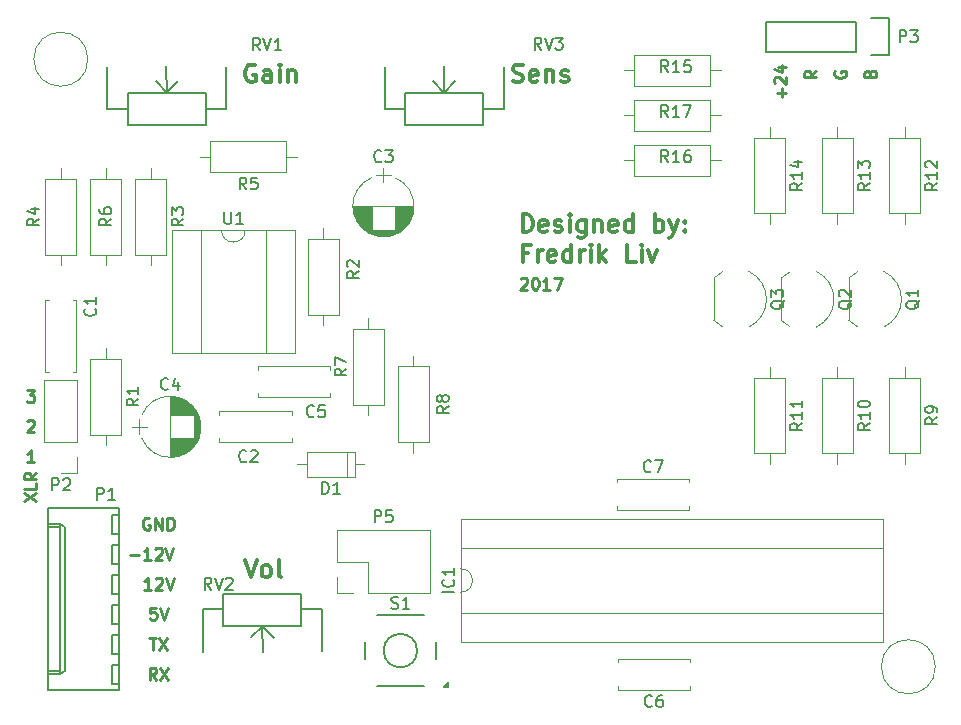
<source format=gto>
G04 #@! TF.FileFunction,Legend,Top*
%FSLAX46Y46*%
G04 Gerber Fmt 4.6, Leading zero omitted, Abs format (unit mm)*
G04 Created by KiCad (PCBNEW 4.0.5) date 02/13/17 16:43:30*
%MOMM*%
%LPD*%
G01*
G04 APERTURE LIST*
%ADD10C,0.100000*%
%ADD11C,0.300000*%
%ADD12C,0.250000*%
%ADD13C,0.120000*%
%ADD14C,0.150000*%
G04 APERTURE END LIST*
D10*
D11*
X101298572Y-89348571D02*
X101798572Y-90848571D01*
X102298572Y-89348571D01*
X103012858Y-90848571D02*
X102870000Y-90777143D01*
X102798572Y-90705714D01*
X102727143Y-90562857D01*
X102727143Y-90134286D01*
X102798572Y-89991429D01*
X102870000Y-89920000D01*
X103012858Y-89848571D01*
X103227143Y-89848571D01*
X103370000Y-89920000D01*
X103441429Y-89991429D01*
X103512858Y-90134286D01*
X103512858Y-90562857D01*
X103441429Y-90705714D01*
X103370000Y-90777143D01*
X103227143Y-90848571D01*
X103012858Y-90848571D01*
X104370001Y-90848571D02*
X104227143Y-90777143D01*
X104155715Y-90634286D01*
X104155715Y-89348571D01*
X124007857Y-48867143D02*
X124222143Y-48938571D01*
X124579286Y-48938571D01*
X124722143Y-48867143D01*
X124793572Y-48795714D01*
X124865000Y-48652857D01*
X124865000Y-48510000D01*
X124793572Y-48367143D01*
X124722143Y-48295714D01*
X124579286Y-48224286D01*
X124293572Y-48152857D01*
X124150714Y-48081429D01*
X124079286Y-48010000D01*
X124007857Y-47867143D01*
X124007857Y-47724286D01*
X124079286Y-47581429D01*
X124150714Y-47510000D01*
X124293572Y-47438571D01*
X124650714Y-47438571D01*
X124865000Y-47510000D01*
X126079285Y-48867143D02*
X125936428Y-48938571D01*
X125650714Y-48938571D01*
X125507857Y-48867143D01*
X125436428Y-48724286D01*
X125436428Y-48152857D01*
X125507857Y-48010000D01*
X125650714Y-47938571D01*
X125936428Y-47938571D01*
X126079285Y-48010000D01*
X126150714Y-48152857D01*
X126150714Y-48295714D01*
X125436428Y-48438571D01*
X126793571Y-47938571D02*
X126793571Y-48938571D01*
X126793571Y-48081429D02*
X126864999Y-48010000D01*
X127007857Y-47938571D01*
X127222142Y-47938571D01*
X127364999Y-48010000D01*
X127436428Y-48152857D01*
X127436428Y-48938571D01*
X128079285Y-48867143D02*
X128222142Y-48938571D01*
X128507857Y-48938571D01*
X128650714Y-48867143D01*
X128722142Y-48724286D01*
X128722142Y-48652857D01*
X128650714Y-48510000D01*
X128507857Y-48438571D01*
X128293571Y-48438571D01*
X128150714Y-48367143D01*
X128079285Y-48224286D01*
X128079285Y-48152857D01*
X128150714Y-48010000D01*
X128293571Y-47938571D01*
X128507857Y-47938571D01*
X128650714Y-48010000D01*
X102183571Y-47510000D02*
X102040714Y-47438571D01*
X101826428Y-47438571D01*
X101612143Y-47510000D01*
X101469285Y-47652857D01*
X101397857Y-47795714D01*
X101326428Y-48081429D01*
X101326428Y-48295714D01*
X101397857Y-48581429D01*
X101469285Y-48724286D01*
X101612143Y-48867143D01*
X101826428Y-48938571D01*
X101969285Y-48938571D01*
X102183571Y-48867143D01*
X102255000Y-48795714D01*
X102255000Y-48295714D01*
X101969285Y-48295714D01*
X103540714Y-48938571D02*
X103540714Y-48152857D01*
X103469285Y-48010000D01*
X103326428Y-47938571D01*
X103040714Y-47938571D01*
X102897857Y-48010000D01*
X103540714Y-48867143D02*
X103397857Y-48938571D01*
X103040714Y-48938571D01*
X102897857Y-48867143D01*
X102826428Y-48724286D01*
X102826428Y-48581429D01*
X102897857Y-48438571D01*
X103040714Y-48367143D01*
X103397857Y-48367143D01*
X103540714Y-48295714D01*
X104255000Y-48938571D02*
X104255000Y-47938571D01*
X104255000Y-47438571D02*
X104183571Y-47510000D01*
X104255000Y-47581429D01*
X104326428Y-47510000D01*
X104255000Y-47438571D01*
X104255000Y-47581429D01*
X104969286Y-47938571D02*
X104969286Y-48938571D01*
X104969286Y-48081429D02*
X105040714Y-48010000D01*
X105183572Y-47938571D01*
X105397857Y-47938571D01*
X105540714Y-48010000D01*
X105612143Y-48152857D01*
X105612143Y-48938571D01*
D12*
X82637381Y-84423095D02*
X83637381Y-83756428D01*
X82637381Y-83756428D02*
X83637381Y-84423095D01*
X83637381Y-82899285D02*
X83637381Y-83375476D01*
X82637381Y-83375476D01*
X83637381Y-81994523D02*
X83161190Y-82327857D01*
X83637381Y-82565952D02*
X82637381Y-82565952D01*
X82637381Y-82184999D01*
X82685000Y-82089761D01*
X82732619Y-82042142D01*
X82827857Y-81994523D01*
X82970714Y-81994523D01*
X83065952Y-82042142D01*
X83113571Y-82089761D01*
X83161190Y-82184999D01*
X83161190Y-82565952D01*
X82851667Y-75017381D02*
X83470715Y-75017381D01*
X83137381Y-75398333D01*
X83280239Y-75398333D01*
X83375477Y-75445952D01*
X83423096Y-75493571D01*
X83470715Y-75588810D01*
X83470715Y-75826905D01*
X83423096Y-75922143D01*
X83375477Y-75969762D01*
X83280239Y-76017381D01*
X82994524Y-76017381D01*
X82899286Y-75969762D01*
X82851667Y-75922143D01*
X82899286Y-77652619D02*
X82946905Y-77605000D01*
X83042143Y-77557381D01*
X83280239Y-77557381D01*
X83375477Y-77605000D01*
X83423096Y-77652619D01*
X83470715Y-77747857D01*
X83470715Y-77843095D01*
X83423096Y-77985952D01*
X82851667Y-78557381D01*
X83470715Y-78557381D01*
X83470715Y-81097381D02*
X82899286Y-81097381D01*
X83185000Y-81097381D02*
X83185000Y-80097381D01*
X83089762Y-80240238D01*
X82994524Y-80335476D01*
X82899286Y-80383095D01*
X154233571Y-48188571D02*
X154281190Y-48045714D01*
X154328810Y-47998095D01*
X154424048Y-47950476D01*
X154566905Y-47950476D01*
X154662143Y-47998095D01*
X154709762Y-48045714D01*
X154757381Y-48140952D01*
X154757381Y-48521905D01*
X153757381Y-48521905D01*
X153757381Y-48188571D01*
X153805000Y-48093333D01*
X153852619Y-48045714D01*
X153947857Y-47998095D01*
X154043095Y-47998095D01*
X154138333Y-48045714D01*
X154185952Y-48093333D01*
X154233571Y-48188571D01*
X154233571Y-48521905D01*
X151265000Y-47998095D02*
X151217381Y-48093333D01*
X151217381Y-48236190D01*
X151265000Y-48379048D01*
X151360238Y-48474286D01*
X151455476Y-48521905D01*
X151645952Y-48569524D01*
X151788810Y-48569524D01*
X151979286Y-48521905D01*
X152074524Y-48474286D01*
X152169762Y-48379048D01*
X152217381Y-48236190D01*
X152217381Y-48140952D01*
X152169762Y-47998095D01*
X152122143Y-47950476D01*
X151788810Y-47950476D01*
X151788810Y-48140952D01*
X149677381Y-47950476D02*
X149201190Y-48283810D01*
X149677381Y-48521905D02*
X148677381Y-48521905D01*
X148677381Y-48140952D01*
X148725000Y-48045714D01*
X148772619Y-47998095D01*
X148867857Y-47950476D01*
X149010714Y-47950476D01*
X149105952Y-47998095D01*
X149153571Y-48045714D01*
X149201190Y-48140952D01*
X149201190Y-48521905D01*
X146756429Y-50228333D02*
X146756429Y-49466428D01*
X147137381Y-49847380D02*
X146375476Y-49847380D01*
X146232619Y-49037857D02*
X146185000Y-48990238D01*
X146137381Y-48895000D01*
X146137381Y-48656904D01*
X146185000Y-48561666D01*
X146232619Y-48514047D01*
X146327857Y-48466428D01*
X146423095Y-48466428D01*
X146565952Y-48514047D01*
X147137381Y-49085476D01*
X147137381Y-48466428D01*
X146470714Y-47609285D02*
X147137381Y-47609285D01*
X146089762Y-47847381D02*
X146804048Y-48085476D01*
X146804048Y-47466428D01*
X93813334Y-99512381D02*
X93480000Y-99036190D01*
X93241905Y-99512381D02*
X93241905Y-98512381D01*
X93622858Y-98512381D01*
X93718096Y-98560000D01*
X93765715Y-98607619D01*
X93813334Y-98702857D01*
X93813334Y-98845714D01*
X93765715Y-98940952D01*
X93718096Y-98988571D01*
X93622858Y-99036190D01*
X93241905Y-99036190D01*
X94146667Y-98512381D02*
X94813334Y-99512381D01*
X94813334Y-98512381D02*
X94146667Y-99512381D01*
X93218095Y-95972381D02*
X93789524Y-95972381D01*
X93503809Y-96972381D02*
X93503809Y-95972381D01*
X94027619Y-95972381D02*
X94694286Y-96972381D01*
X94694286Y-95972381D02*
X94027619Y-96972381D01*
X93789524Y-93432381D02*
X93313333Y-93432381D01*
X93265714Y-93908571D01*
X93313333Y-93860952D01*
X93408571Y-93813333D01*
X93646667Y-93813333D01*
X93741905Y-93860952D01*
X93789524Y-93908571D01*
X93837143Y-94003810D01*
X93837143Y-94241905D01*
X93789524Y-94337143D01*
X93741905Y-94384762D01*
X93646667Y-94432381D01*
X93408571Y-94432381D01*
X93313333Y-94384762D01*
X93265714Y-94337143D01*
X94122857Y-93432381D02*
X94456190Y-94432381D01*
X94789524Y-93432381D01*
X93360953Y-91892381D02*
X92789524Y-91892381D01*
X93075238Y-91892381D02*
X93075238Y-90892381D01*
X92980000Y-91035238D01*
X92884762Y-91130476D01*
X92789524Y-91178095D01*
X93741905Y-90987619D02*
X93789524Y-90940000D01*
X93884762Y-90892381D01*
X94122858Y-90892381D01*
X94218096Y-90940000D01*
X94265715Y-90987619D01*
X94313334Y-91082857D01*
X94313334Y-91178095D01*
X94265715Y-91320952D01*
X93694286Y-91892381D01*
X94313334Y-91892381D01*
X94599048Y-90892381D02*
X94932381Y-91892381D01*
X95265715Y-90892381D01*
X91583095Y-88971429D02*
X92345000Y-88971429D01*
X93345000Y-89352381D02*
X92773571Y-89352381D01*
X93059285Y-89352381D02*
X93059285Y-88352381D01*
X92964047Y-88495238D01*
X92868809Y-88590476D01*
X92773571Y-88638095D01*
X93725952Y-88447619D02*
X93773571Y-88400000D01*
X93868809Y-88352381D01*
X94106905Y-88352381D01*
X94202143Y-88400000D01*
X94249762Y-88447619D01*
X94297381Y-88542857D01*
X94297381Y-88638095D01*
X94249762Y-88780952D01*
X93678333Y-89352381D01*
X94297381Y-89352381D01*
X94583095Y-88352381D02*
X94916428Y-89352381D01*
X95249762Y-88352381D01*
X93218096Y-85860000D02*
X93122858Y-85812381D01*
X92980001Y-85812381D01*
X92837143Y-85860000D01*
X92741905Y-85955238D01*
X92694286Y-86050476D01*
X92646667Y-86240952D01*
X92646667Y-86383810D01*
X92694286Y-86574286D01*
X92741905Y-86669524D01*
X92837143Y-86764762D01*
X92980001Y-86812381D01*
X93075239Y-86812381D01*
X93218096Y-86764762D01*
X93265715Y-86717143D01*
X93265715Y-86383810D01*
X93075239Y-86383810D01*
X93694286Y-86812381D02*
X93694286Y-85812381D01*
X94265715Y-86812381D01*
X94265715Y-85812381D01*
X94741905Y-86812381D02*
X94741905Y-85812381D01*
X94980000Y-85812381D01*
X95122858Y-85860000D01*
X95218096Y-85955238D01*
X95265715Y-86050476D01*
X95313334Y-86240952D01*
X95313334Y-86383810D01*
X95265715Y-86574286D01*
X95218096Y-86669524D01*
X95122858Y-86764762D01*
X94980000Y-86812381D01*
X94741905Y-86812381D01*
X124650714Y-65587619D02*
X124698333Y-65540000D01*
X124793571Y-65492381D01*
X125031667Y-65492381D01*
X125126905Y-65540000D01*
X125174524Y-65587619D01*
X125222143Y-65682857D01*
X125222143Y-65778095D01*
X125174524Y-65920952D01*
X124603095Y-66492381D01*
X125222143Y-66492381D01*
X125841190Y-65492381D02*
X125936429Y-65492381D01*
X126031667Y-65540000D01*
X126079286Y-65587619D01*
X126126905Y-65682857D01*
X126174524Y-65873333D01*
X126174524Y-66111429D01*
X126126905Y-66301905D01*
X126079286Y-66397143D01*
X126031667Y-66444762D01*
X125936429Y-66492381D01*
X125841190Y-66492381D01*
X125745952Y-66444762D01*
X125698333Y-66397143D01*
X125650714Y-66301905D01*
X125603095Y-66111429D01*
X125603095Y-65873333D01*
X125650714Y-65682857D01*
X125698333Y-65587619D01*
X125745952Y-65540000D01*
X125841190Y-65492381D01*
X127126905Y-66492381D02*
X126555476Y-66492381D01*
X126841190Y-66492381D02*
X126841190Y-65492381D01*
X126745952Y-65635238D01*
X126650714Y-65730476D01*
X126555476Y-65778095D01*
X127460238Y-65492381D02*
X128126905Y-65492381D01*
X127698333Y-66492381D01*
D11*
X124817143Y-61633571D02*
X124817143Y-60133571D01*
X125174286Y-60133571D01*
X125388571Y-60205000D01*
X125531429Y-60347857D01*
X125602857Y-60490714D01*
X125674286Y-60776429D01*
X125674286Y-60990714D01*
X125602857Y-61276429D01*
X125531429Y-61419286D01*
X125388571Y-61562143D01*
X125174286Y-61633571D01*
X124817143Y-61633571D01*
X126888571Y-61562143D02*
X126745714Y-61633571D01*
X126460000Y-61633571D01*
X126317143Y-61562143D01*
X126245714Y-61419286D01*
X126245714Y-60847857D01*
X126317143Y-60705000D01*
X126460000Y-60633571D01*
X126745714Y-60633571D01*
X126888571Y-60705000D01*
X126960000Y-60847857D01*
X126960000Y-60990714D01*
X126245714Y-61133571D01*
X127531428Y-61562143D02*
X127674285Y-61633571D01*
X127960000Y-61633571D01*
X128102857Y-61562143D01*
X128174285Y-61419286D01*
X128174285Y-61347857D01*
X128102857Y-61205000D01*
X127960000Y-61133571D01*
X127745714Y-61133571D01*
X127602857Y-61062143D01*
X127531428Y-60919286D01*
X127531428Y-60847857D01*
X127602857Y-60705000D01*
X127745714Y-60633571D01*
X127960000Y-60633571D01*
X128102857Y-60705000D01*
X128817143Y-61633571D02*
X128817143Y-60633571D01*
X128817143Y-60133571D02*
X128745714Y-60205000D01*
X128817143Y-60276429D01*
X128888571Y-60205000D01*
X128817143Y-60133571D01*
X128817143Y-60276429D01*
X130174286Y-60633571D02*
X130174286Y-61847857D01*
X130102857Y-61990714D01*
X130031429Y-62062143D01*
X129888572Y-62133571D01*
X129674286Y-62133571D01*
X129531429Y-62062143D01*
X130174286Y-61562143D02*
X130031429Y-61633571D01*
X129745715Y-61633571D01*
X129602857Y-61562143D01*
X129531429Y-61490714D01*
X129460000Y-61347857D01*
X129460000Y-60919286D01*
X129531429Y-60776429D01*
X129602857Y-60705000D01*
X129745715Y-60633571D01*
X130031429Y-60633571D01*
X130174286Y-60705000D01*
X130888572Y-60633571D02*
X130888572Y-61633571D01*
X130888572Y-60776429D02*
X130960000Y-60705000D01*
X131102858Y-60633571D01*
X131317143Y-60633571D01*
X131460000Y-60705000D01*
X131531429Y-60847857D01*
X131531429Y-61633571D01*
X132817143Y-61562143D02*
X132674286Y-61633571D01*
X132388572Y-61633571D01*
X132245715Y-61562143D01*
X132174286Y-61419286D01*
X132174286Y-60847857D01*
X132245715Y-60705000D01*
X132388572Y-60633571D01*
X132674286Y-60633571D01*
X132817143Y-60705000D01*
X132888572Y-60847857D01*
X132888572Y-60990714D01*
X132174286Y-61133571D01*
X134174286Y-61633571D02*
X134174286Y-60133571D01*
X134174286Y-61562143D02*
X134031429Y-61633571D01*
X133745715Y-61633571D01*
X133602857Y-61562143D01*
X133531429Y-61490714D01*
X133460000Y-61347857D01*
X133460000Y-60919286D01*
X133531429Y-60776429D01*
X133602857Y-60705000D01*
X133745715Y-60633571D01*
X134031429Y-60633571D01*
X134174286Y-60705000D01*
X136031429Y-61633571D02*
X136031429Y-60133571D01*
X136031429Y-60705000D02*
X136174286Y-60633571D01*
X136460000Y-60633571D01*
X136602857Y-60705000D01*
X136674286Y-60776429D01*
X136745715Y-60919286D01*
X136745715Y-61347857D01*
X136674286Y-61490714D01*
X136602857Y-61562143D01*
X136460000Y-61633571D01*
X136174286Y-61633571D01*
X136031429Y-61562143D01*
X137245715Y-60633571D02*
X137602858Y-61633571D01*
X137960000Y-60633571D02*
X137602858Y-61633571D01*
X137460000Y-61990714D01*
X137388572Y-62062143D01*
X137245715Y-62133571D01*
X138531429Y-61490714D02*
X138602857Y-61562143D01*
X138531429Y-61633571D01*
X138460000Y-61562143D01*
X138531429Y-61490714D01*
X138531429Y-61633571D01*
X138531429Y-60705000D02*
X138602857Y-60776429D01*
X138531429Y-60847857D01*
X138460000Y-60776429D01*
X138531429Y-60705000D01*
X138531429Y-60847857D01*
X125317143Y-63397857D02*
X124817143Y-63397857D01*
X124817143Y-64183571D02*
X124817143Y-62683571D01*
X125531429Y-62683571D01*
X126102857Y-64183571D02*
X126102857Y-63183571D01*
X126102857Y-63469286D02*
X126174285Y-63326429D01*
X126245714Y-63255000D01*
X126388571Y-63183571D01*
X126531428Y-63183571D01*
X127602856Y-64112143D02*
X127459999Y-64183571D01*
X127174285Y-64183571D01*
X127031428Y-64112143D01*
X126959999Y-63969286D01*
X126959999Y-63397857D01*
X127031428Y-63255000D01*
X127174285Y-63183571D01*
X127459999Y-63183571D01*
X127602856Y-63255000D01*
X127674285Y-63397857D01*
X127674285Y-63540714D01*
X126959999Y-63683571D01*
X128959999Y-64183571D02*
X128959999Y-62683571D01*
X128959999Y-64112143D02*
X128817142Y-64183571D01*
X128531428Y-64183571D01*
X128388570Y-64112143D01*
X128317142Y-64040714D01*
X128245713Y-63897857D01*
X128245713Y-63469286D01*
X128317142Y-63326429D01*
X128388570Y-63255000D01*
X128531428Y-63183571D01*
X128817142Y-63183571D01*
X128959999Y-63255000D01*
X129674285Y-64183571D02*
X129674285Y-63183571D01*
X129674285Y-63469286D02*
X129745713Y-63326429D01*
X129817142Y-63255000D01*
X129959999Y-63183571D01*
X130102856Y-63183571D01*
X130602856Y-64183571D02*
X130602856Y-63183571D01*
X130602856Y-62683571D02*
X130531427Y-62755000D01*
X130602856Y-62826429D01*
X130674284Y-62755000D01*
X130602856Y-62683571D01*
X130602856Y-62826429D01*
X131317142Y-64183571D02*
X131317142Y-62683571D01*
X131459999Y-63612143D02*
X131888570Y-64183571D01*
X131888570Y-63183571D02*
X131317142Y-63755000D01*
X134388571Y-64183571D02*
X133674285Y-64183571D01*
X133674285Y-62683571D01*
X134888571Y-64183571D02*
X134888571Y-63183571D01*
X134888571Y-62683571D02*
X134817142Y-62755000D01*
X134888571Y-62826429D01*
X134959999Y-62755000D01*
X134888571Y-62683571D01*
X134888571Y-62826429D01*
X135460000Y-63183571D02*
X135817143Y-64183571D01*
X136174285Y-63183571D01*
D13*
X87035000Y-67385000D02*
X87035000Y-73505000D01*
X84415000Y-67385000D02*
X84415000Y-73505000D01*
X87035000Y-67385000D02*
X86721000Y-67385000D01*
X84729000Y-67385000D02*
X84415000Y-67385000D01*
X87035000Y-73505000D02*
X86721000Y-73505000D01*
X84729000Y-73505000D02*
X84415000Y-73505000D01*
X108510000Y-75605000D02*
X102390000Y-75605000D01*
X108510000Y-72985000D02*
X102390000Y-72985000D01*
X108510000Y-75605000D02*
X108510000Y-75291000D01*
X108510000Y-73299000D02*
X108510000Y-72985000D01*
X102390000Y-75605000D02*
X102390000Y-75291000D01*
X102390000Y-73299000D02*
X102390000Y-72985000D01*
X114011400Y-61816863D02*
G75*
G03X114010000Y-57022564I-981400J2396863D01*
G01*
X112048600Y-61816863D02*
G75*
G02X112050000Y-57022564I981400J2396863D01*
G01*
X112048600Y-61816863D02*
G75*
G03X114010000Y-61817436I981400J2396863D01*
G01*
X115580000Y-59420000D02*
X110480000Y-59420000D01*
X115580000Y-59460000D02*
X114010000Y-59460000D01*
X112050000Y-59460000D02*
X110480000Y-59460000D01*
X115579000Y-59500000D02*
X114010000Y-59500000D01*
X112050000Y-59500000D02*
X110481000Y-59500000D01*
X115578000Y-59540000D02*
X114010000Y-59540000D01*
X112050000Y-59540000D02*
X110482000Y-59540000D01*
X115576000Y-59580000D02*
X114010000Y-59580000D01*
X112050000Y-59580000D02*
X110484000Y-59580000D01*
X115573000Y-59620000D02*
X114010000Y-59620000D01*
X112050000Y-59620000D02*
X110487000Y-59620000D01*
X115569000Y-59660000D02*
X114010000Y-59660000D01*
X112050000Y-59660000D02*
X110491000Y-59660000D01*
X115565000Y-59700000D02*
X114010000Y-59700000D01*
X112050000Y-59700000D02*
X110495000Y-59700000D01*
X115561000Y-59740000D02*
X114010000Y-59740000D01*
X112050000Y-59740000D02*
X110499000Y-59740000D01*
X115555000Y-59780000D02*
X114010000Y-59780000D01*
X112050000Y-59780000D02*
X110505000Y-59780000D01*
X115549000Y-59820000D02*
X114010000Y-59820000D01*
X112050000Y-59820000D02*
X110511000Y-59820000D01*
X115543000Y-59860000D02*
X114010000Y-59860000D01*
X112050000Y-59860000D02*
X110517000Y-59860000D01*
X115536000Y-59900000D02*
X114010000Y-59900000D01*
X112050000Y-59900000D02*
X110524000Y-59900000D01*
X115528000Y-59940000D02*
X114010000Y-59940000D01*
X112050000Y-59940000D02*
X110532000Y-59940000D01*
X115519000Y-59980000D02*
X114010000Y-59980000D01*
X112050000Y-59980000D02*
X110541000Y-59980000D01*
X115510000Y-60020000D02*
X114010000Y-60020000D01*
X112050000Y-60020000D02*
X110550000Y-60020000D01*
X115500000Y-60060000D02*
X114010000Y-60060000D01*
X112050000Y-60060000D02*
X110560000Y-60060000D01*
X115490000Y-60100000D02*
X114010000Y-60100000D01*
X112050000Y-60100000D02*
X110570000Y-60100000D01*
X115478000Y-60141000D02*
X114010000Y-60141000D01*
X112050000Y-60141000D02*
X110582000Y-60141000D01*
X115466000Y-60181000D02*
X114010000Y-60181000D01*
X112050000Y-60181000D02*
X110594000Y-60181000D01*
X115454000Y-60221000D02*
X114010000Y-60221000D01*
X112050000Y-60221000D02*
X110606000Y-60221000D01*
X115440000Y-60261000D02*
X114010000Y-60261000D01*
X112050000Y-60261000D02*
X110620000Y-60261000D01*
X115426000Y-60301000D02*
X114010000Y-60301000D01*
X112050000Y-60301000D02*
X110634000Y-60301000D01*
X115412000Y-60341000D02*
X114010000Y-60341000D01*
X112050000Y-60341000D02*
X110648000Y-60341000D01*
X115396000Y-60381000D02*
X114010000Y-60381000D01*
X112050000Y-60381000D02*
X110664000Y-60381000D01*
X115380000Y-60421000D02*
X114010000Y-60421000D01*
X112050000Y-60421000D02*
X110680000Y-60421000D01*
X115363000Y-60461000D02*
X114010000Y-60461000D01*
X112050000Y-60461000D02*
X110697000Y-60461000D01*
X115345000Y-60501000D02*
X114010000Y-60501000D01*
X112050000Y-60501000D02*
X110715000Y-60501000D01*
X115326000Y-60541000D02*
X114010000Y-60541000D01*
X112050000Y-60541000D02*
X110734000Y-60541000D01*
X115306000Y-60581000D02*
X114010000Y-60581000D01*
X112050000Y-60581000D02*
X110754000Y-60581000D01*
X115286000Y-60621000D02*
X114010000Y-60621000D01*
X112050000Y-60621000D02*
X110774000Y-60621000D01*
X115264000Y-60661000D02*
X114010000Y-60661000D01*
X112050000Y-60661000D02*
X110796000Y-60661000D01*
X115242000Y-60701000D02*
X114010000Y-60701000D01*
X112050000Y-60701000D02*
X110818000Y-60701000D01*
X115219000Y-60741000D02*
X114010000Y-60741000D01*
X112050000Y-60741000D02*
X110841000Y-60741000D01*
X115195000Y-60781000D02*
X114010000Y-60781000D01*
X112050000Y-60781000D02*
X110865000Y-60781000D01*
X115170000Y-60821000D02*
X114010000Y-60821000D01*
X112050000Y-60821000D02*
X110890000Y-60821000D01*
X115143000Y-60861000D02*
X114010000Y-60861000D01*
X112050000Y-60861000D02*
X110917000Y-60861000D01*
X115116000Y-60901000D02*
X114010000Y-60901000D01*
X112050000Y-60901000D02*
X110944000Y-60901000D01*
X115088000Y-60941000D02*
X114010000Y-60941000D01*
X112050000Y-60941000D02*
X110972000Y-60941000D01*
X115058000Y-60981000D02*
X114010000Y-60981000D01*
X112050000Y-60981000D02*
X111002000Y-60981000D01*
X115027000Y-61021000D02*
X114010000Y-61021000D01*
X112050000Y-61021000D02*
X111033000Y-61021000D01*
X114995000Y-61061000D02*
X114010000Y-61061000D01*
X112050000Y-61061000D02*
X111065000Y-61061000D01*
X114962000Y-61101000D02*
X114010000Y-61101000D01*
X112050000Y-61101000D02*
X111098000Y-61101000D01*
X114927000Y-61141000D02*
X114010000Y-61141000D01*
X112050000Y-61141000D02*
X111133000Y-61141000D01*
X114891000Y-61181000D02*
X114010000Y-61181000D01*
X112050000Y-61181000D02*
X111169000Y-61181000D01*
X114853000Y-61221000D02*
X114010000Y-61221000D01*
X112050000Y-61221000D02*
X111207000Y-61221000D01*
X114813000Y-61261000D02*
X114010000Y-61261000D01*
X112050000Y-61261000D02*
X111247000Y-61261000D01*
X114772000Y-61301000D02*
X114010000Y-61301000D01*
X112050000Y-61301000D02*
X111288000Y-61301000D01*
X114729000Y-61341000D02*
X114010000Y-61341000D01*
X112050000Y-61341000D02*
X111331000Y-61341000D01*
X114684000Y-61381000D02*
X114010000Y-61381000D01*
X112050000Y-61381000D02*
X111376000Y-61381000D01*
X114636000Y-61421000D02*
X111424000Y-61421000D01*
X114586000Y-61461000D02*
X111474000Y-61461000D01*
X114534000Y-61501000D02*
X111526000Y-61501000D01*
X114478000Y-61541000D02*
X111582000Y-61541000D01*
X114420000Y-61581000D02*
X111640000Y-61581000D01*
X114357000Y-61621000D02*
X111703000Y-61621000D01*
X114291000Y-61661000D02*
X111769000Y-61661000D01*
X114219000Y-61701000D02*
X111841000Y-61701000D01*
X114142000Y-61741000D02*
X111918000Y-61741000D01*
X114058000Y-61781000D02*
X112002000Y-61781000D01*
X113964000Y-61821000D02*
X112096000Y-61821000D01*
X113859000Y-61861000D02*
X112201000Y-61861000D01*
X113737000Y-61901000D02*
X112323000Y-61901000D01*
X113589000Y-61941000D02*
X112471000Y-61941000D01*
X113384000Y-61981000D02*
X112676000Y-61981000D01*
X113030000Y-56220000D02*
X113030000Y-57420000D01*
X113680000Y-56820000D02*
X112380000Y-56820000D01*
X97376863Y-77123600D02*
G75*
G03X92582564Y-77125000I-2396863J-981400D01*
G01*
X97376863Y-79086400D02*
G75*
G02X92582564Y-79085000I-2396863J981400D01*
G01*
X97376863Y-79086400D02*
G75*
G03X97377436Y-77125000I-2396863J981400D01*
G01*
X94980000Y-75555000D02*
X94980000Y-80655000D01*
X95020000Y-75555000D02*
X95020000Y-77125000D01*
X95020000Y-79085000D02*
X95020000Y-80655000D01*
X95060000Y-75556000D02*
X95060000Y-77125000D01*
X95060000Y-79085000D02*
X95060000Y-80654000D01*
X95100000Y-75557000D02*
X95100000Y-77125000D01*
X95100000Y-79085000D02*
X95100000Y-80653000D01*
X95140000Y-75559000D02*
X95140000Y-77125000D01*
X95140000Y-79085000D02*
X95140000Y-80651000D01*
X95180000Y-75562000D02*
X95180000Y-77125000D01*
X95180000Y-79085000D02*
X95180000Y-80648000D01*
X95220000Y-75566000D02*
X95220000Y-77125000D01*
X95220000Y-79085000D02*
X95220000Y-80644000D01*
X95260000Y-75570000D02*
X95260000Y-77125000D01*
X95260000Y-79085000D02*
X95260000Y-80640000D01*
X95300000Y-75574000D02*
X95300000Y-77125000D01*
X95300000Y-79085000D02*
X95300000Y-80636000D01*
X95340000Y-75580000D02*
X95340000Y-77125000D01*
X95340000Y-79085000D02*
X95340000Y-80630000D01*
X95380000Y-75586000D02*
X95380000Y-77125000D01*
X95380000Y-79085000D02*
X95380000Y-80624000D01*
X95420000Y-75592000D02*
X95420000Y-77125000D01*
X95420000Y-79085000D02*
X95420000Y-80618000D01*
X95460000Y-75599000D02*
X95460000Y-77125000D01*
X95460000Y-79085000D02*
X95460000Y-80611000D01*
X95500000Y-75607000D02*
X95500000Y-77125000D01*
X95500000Y-79085000D02*
X95500000Y-80603000D01*
X95540000Y-75616000D02*
X95540000Y-77125000D01*
X95540000Y-79085000D02*
X95540000Y-80594000D01*
X95580000Y-75625000D02*
X95580000Y-77125000D01*
X95580000Y-79085000D02*
X95580000Y-80585000D01*
X95620000Y-75635000D02*
X95620000Y-77125000D01*
X95620000Y-79085000D02*
X95620000Y-80575000D01*
X95660000Y-75645000D02*
X95660000Y-77125000D01*
X95660000Y-79085000D02*
X95660000Y-80565000D01*
X95701000Y-75657000D02*
X95701000Y-77125000D01*
X95701000Y-79085000D02*
X95701000Y-80553000D01*
X95741000Y-75669000D02*
X95741000Y-77125000D01*
X95741000Y-79085000D02*
X95741000Y-80541000D01*
X95781000Y-75681000D02*
X95781000Y-77125000D01*
X95781000Y-79085000D02*
X95781000Y-80529000D01*
X95821000Y-75695000D02*
X95821000Y-77125000D01*
X95821000Y-79085000D02*
X95821000Y-80515000D01*
X95861000Y-75709000D02*
X95861000Y-77125000D01*
X95861000Y-79085000D02*
X95861000Y-80501000D01*
X95901000Y-75723000D02*
X95901000Y-77125000D01*
X95901000Y-79085000D02*
X95901000Y-80487000D01*
X95941000Y-75739000D02*
X95941000Y-77125000D01*
X95941000Y-79085000D02*
X95941000Y-80471000D01*
X95981000Y-75755000D02*
X95981000Y-77125000D01*
X95981000Y-79085000D02*
X95981000Y-80455000D01*
X96021000Y-75772000D02*
X96021000Y-77125000D01*
X96021000Y-79085000D02*
X96021000Y-80438000D01*
X96061000Y-75790000D02*
X96061000Y-77125000D01*
X96061000Y-79085000D02*
X96061000Y-80420000D01*
X96101000Y-75809000D02*
X96101000Y-77125000D01*
X96101000Y-79085000D02*
X96101000Y-80401000D01*
X96141000Y-75829000D02*
X96141000Y-77125000D01*
X96141000Y-79085000D02*
X96141000Y-80381000D01*
X96181000Y-75849000D02*
X96181000Y-77125000D01*
X96181000Y-79085000D02*
X96181000Y-80361000D01*
X96221000Y-75871000D02*
X96221000Y-77125000D01*
X96221000Y-79085000D02*
X96221000Y-80339000D01*
X96261000Y-75893000D02*
X96261000Y-77125000D01*
X96261000Y-79085000D02*
X96261000Y-80317000D01*
X96301000Y-75916000D02*
X96301000Y-77125000D01*
X96301000Y-79085000D02*
X96301000Y-80294000D01*
X96341000Y-75940000D02*
X96341000Y-77125000D01*
X96341000Y-79085000D02*
X96341000Y-80270000D01*
X96381000Y-75965000D02*
X96381000Y-77125000D01*
X96381000Y-79085000D02*
X96381000Y-80245000D01*
X96421000Y-75992000D02*
X96421000Y-77125000D01*
X96421000Y-79085000D02*
X96421000Y-80218000D01*
X96461000Y-76019000D02*
X96461000Y-77125000D01*
X96461000Y-79085000D02*
X96461000Y-80191000D01*
X96501000Y-76047000D02*
X96501000Y-77125000D01*
X96501000Y-79085000D02*
X96501000Y-80163000D01*
X96541000Y-76077000D02*
X96541000Y-77125000D01*
X96541000Y-79085000D02*
X96541000Y-80133000D01*
X96581000Y-76108000D02*
X96581000Y-77125000D01*
X96581000Y-79085000D02*
X96581000Y-80102000D01*
X96621000Y-76140000D02*
X96621000Y-77125000D01*
X96621000Y-79085000D02*
X96621000Y-80070000D01*
X96661000Y-76173000D02*
X96661000Y-77125000D01*
X96661000Y-79085000D02*
X96661000Y-80037000D01*
X96701000Y-76208000D02*
X96701000Y-77125000D01*
X96701000Y-79085000D02*
X96701000Y-80002000D01*
X96741000Y-76244000D02*
X96741000Y-77125000D01*
X96741000Y-79085000D02*
X96741000Y-79966000D01*
X96781000Y-76282000D02*
X96781000Y-77125000D01*
X96781000Y-79085000D02*
X96781000Y-79928000D01*
X96821000Y-76322000D02*
X96821000Y-77125000D01*
X96821000Y-79085000D02*
X96821000Y-79888000D01*
X96861000Y-76363000D02*
X96861000Y-77125000D01*
X96861000Y-79085000D02*
X96861000Y-79847000D01*
X96901000Y-76406000D02*
X96901000Y-77125000D01*
X96901000Y-79085000D02*
X96901000Y-79804000D01*
X96941000Y-76451000D02*
X96941000Y-77125000D01*
X96941000Y-79085000D02*
X96941000Y-79759000D01*
X96981000Y-76499000D02*
X96981000Y-79711000D01*
X97021000Y-76549000D02*
X97021000Y-79661000D01*
X97061000Y-76601000D02*
X97061000Y-79609000D01*
X97101000Y-76657000D02*
X97101000Y-79553000D01*
X97141000Y-76715000D02*
X97141000Y-79495000D01*
X97181000Y-76778000D02*
X97181000Y-79432000D01*
X97221000Y-76844000D02*
X97221000Y-79366000D01*
X97261000Y-76916000D02*
X97261000Y-79294000D01*
X97301000Y-76993000D02*
X97301000Y-79217000D01*
X97341000Y-77077000D02*
X97341000Y-79133000D01*
X97381000Y-77171000D02*
X97381000Y-79039000D01*
X97421000Y-77276000D02*
X97421000Y-78934000D01*
X97461000Y-77398000D02*
X97461000Y-78812000D01*
X97501000Y-77546000D02*
X97501000Y-78664000D01*
X97541000Y-77751000D02*
X97541000Y-78459000D01*
X91780000Y-78105000D02*
X92980000Y-78105000D01*
X92380000Y-77455000D02*
X92380000Y-78755000D01*
X99135000Y-76795000D02*
X105255000Y-76795000D01*
X99135000Y-79415000D02*
X105255000Y-79415000D01*
X99135000Y-76795000D02*
X99135000Y-77109000D01*
X99135000Y-79101000D02*
X99135000Y-79415000D01*
X105255000Y-76795000D02*
X105255000Y-77109000D01*
X105255000Y-79101000D02*
X105255000Y-79415000D01*
X138990000Y-100370000D02*
X132870000Y-100370000D01*
X138990000Y-97750000D02*
X132870000Y-97750000D01*
X138990000Y-100370000D02*
X138990000Y-100056000D01*
X138990000Y-98064000D02*
X138990000Y-97750000D01*
X132870000Y-100370000D02*
X132870000Y-100056000D01*
X132870000Y-98064000D02*
X132870000Y-97750000D01*
X132790000Y-82510000D02*
X138910000Y-82510000D01*
X132790000Y-85130000D02*
X138910000Y-85130000D01*
X132790000Y-82510000D02*
X132790000Y-82824000D01*
X132790000Y-84816000D02*
X132790000Y-85130000D01*
X138910000Y-82510000D02*
X138910000Y-82824000D01*
X138910000Y-84816000D02*
X138910000Y-85130000D01*
X110645000Y-82340000D02*
X110645000Y-80220000D01*
X110645000Y-80220000D02*
X106525000Y-80220000D01*
X106525000Y-80220000D02*
X106525000Y-82340000D01*
X106525000Y-82340000D02*
X110645000Y-82340000D01*
X111415000Y-81280000D02*
X110645000Y-81280000D01*
X105755000Y-81280000D02*
X106525000Y-81280000D01*
X109985000Y-82340000D02*
X109985000Y-80220000D01*
X119577500Y-90122500D02*
G75*
G02X119577500Y-92122500I0J-1000000D01*
G01*
X119577500Y-92122500D02*
X119577500Y-93892500D01*
X119577500Y-93892500D02*
X155377500Y-93892500D01*
X155377500Y-93892500D02*
X155377500Y-88352500D01*
X155377500Y-88352500D02*
X119577500Y-88352500D01*
X119577500Y-88352500D02*
X119577500Y-90122500D01*
X119577500Y-96322500D02*
X155377500Y-96322500D01*
X155377500Y-96322500D02*
X155377500Y-85922500D01*
X155377500Y-85922500D02*
X119577500Y-85922500D01*
X119577500Y-85922500D02*
X119577500Y-96322500D01*
D14*
X90650000Y-84990000D02*
X84650000Y-84990000D01*
X84650000Y-84990000D02*
X84650000Y-100430000D01*
X84650000Y-100430000D02*
X90650000Y-100430000D01*
X90650000Y-100430000D02*
X90650000Y-84990000D01*
X84650000Y-86360000D02*
X85650000Y-86360000D01*
X85650000Y-86360000D02*
X85650000Y-99060000D01*
X85650000Y-99060000D02*
X84650000Y-99060000D01*
X85650000Y-86360000D02*
X86080000Y-86610000D01*
X86080000Y-86610000D02*
X86080000Y-98810000D01*
X86080000Y-98810000D02*
X85650000Y-99060000D01*
X84650000Y-86610000D02*
X85650000Y-86610000D01*
X84650000Y-98810000D02*
X85650000Y-98810000D01*
X90650000Y-85560000D02*
X90030000Y-85560000D01*
X90030000Y-85560000D02*
X90030000Y-87160000D01*
X90030000Y-87160000D02*
X90650000Y-87160000D01*
X90650000Y-88100000D02*
X90030000Y-88100000D01*
X90030000Y-88100000D02*
X90030000Y-89700000D01*
X90030000Y-89700000D02*
X90650000Y-89700000D01*
X90650000Y-90640000D02*
X90030000Y-90640000D01*
X90030000Y-90640000D02*
X90030000Y-92240000D01*
X90030000Y-92240000D02*
X90650000Y-92240000D01*
X90650000Y-93180000D02*
X90030000Y-93180000D01*
X90030000Y-93180000D02*
X90030000Y-94780000D01*
X90030000Y-94780000D02*
X90650000Y-94780000D01*
X90650000Y-95720000D02*
X90030000Y-95720000D01*
X90030000Y-95720000D02*
X90030000Y-97320000D01*
X90030000Y-97320000D02*
X90650000Y-97320000D01*
X90650000Y-98260000D02*
X90030000Y-98260000D01*
X90030000Y-98260000D02*
X90030000Y-99860000D01*
X90030000Y-99860000D02*
X90650000Y-99860000D01*
D13*
X87115000Y-79375000D02*
X87115000Y-74175000D01*
X87115000Y-74175000D02*
X84335000Y-74175000D01*
X84335000Y-74175000D02*
X84335000Y-79375000D01*
X84335000Y-79375000D02*
X87115000Y-79375000D01*
X87115000Y-80645000D02*
X87115000Y-82035000D01*
X87115000Y-82035000D02*
X85725000Y-82035000D01*
D14*
X153035000Y-46355000D02*
X145415000Y-46355000D01*
X153035000Y-43815000D02*
X145415000Y-43815000D01*
X155855000Y-43535000D02*
X154305000Y-43535000D01*
X145415000Y-46355000D02*
X145415000Y-43815000D01*
X153035000Y-43815000D02*
X153035000Y-46355000D01*
X154305000Y-46635000D02*
X155855000Y-46635000D01*
X155855000Y-46635000D02*
X155855000Y-43535000D01*
D13*
X111760000Y-92195000D02*
X116960000Y-92195000D01*
X116960000Y-92195000D02*
X116960000Y-86875000D01*
X116960000Y-86875000D02*
X109100000Y-86875000D01*
X109100000Y-86875000D02*
X109100000Y-89535000D01*
X109100000Y-89535000D02*
X111760000Y-89535000D01*
X111760000Y-89535000D02*
X111760000Y-92195000D01*
X110490000Y-92195000D02*
X109100000Y-92195000D01*
X109100000Y-92195000D02*
X109100000Y-90805000D01*
X106640000Y-68615000D02*
X109260000Y-68615000D01*
X109260000Y-68615000D02*
X109260000Y-62195000D01*
X109260000Y-62195000D02*
X106640000Y-62195000D01*
X106640000Y-62195000D02*
X106640000Y-68615000D01*
X107950000Y-69505000D02*
X107950000Y-68615000D01*
X107950000Y-61305000D02*
X107950000Y-62195000D01*
X94655000Y-57115000D02*
X92035000Y-57115000D01*
X92035000Y-57115000D02*
X92035000Y-63535000D01*
X92035000Y-63535000D02*
X94655000Y-63535000D01*
X94655000Y-63535000D02*
X94655000Y-57115000D01*
X93345000Y-56225000D02*
X93345000Y-57115000D01*
X93345000Y-64425000D02*
X93345000Y-63535000D01*
X84415000Y-63535000D02*
X87035000Y-63535000D01*
X87035000Y-63535000D02*
X87035000Y-57115000D01*
X87035000Y-57115000D02*
X84415000Y-57115000D01*
X84415000Y-57115000D02*
X84415000Y-63535000D01*
X85725000Y-64425000D02*
X85725000Y-63535000D01*
X85725000Y-56225000D02*
X85725000Y-57115000D01*
X104810000Y-56555000D02*
X104810000Y-53935000D01*
X104810000Y-53935000D02*
X98390000Y-53935000D01*
X98390000Y-53935000D02*
X98390000Y-56555000D01*
X98390000Y-56555000D02*
X104810000Y-56555000D01*
X105700000Y-55245000D02*
X104810000Y-55245000D01*
X97500000Y-55245000D02*
X98390000Y-55245000D01*
X90845000Y-57115000D02*
X88225000Y-57115000D01*
X88225000Y-57115000D02*
X88225000Y-63535000D01*
X88225000Y-63535000D02*
X90845000Y-63535000D01*
X90845000Y-63535000D02*
X90845000Y-57115000D01*
X89535000Y-56225000D02*
X89535000Y-57115000D01*
X89535000Y-64425000D02*
X89535000Y-63535000D01*
X110450000Y-76235000D02*
X113070000Y-76235000D01*
X113070000Y-76235000D02*
X113070000Y-69815000D01*
X113070000Y-69815000D02*
X110450000Y-69815000D01*
X110450000Y-69815000D02*
X110450000Y-76235000D01*
X111760000Y-77125000D02*
X111760000Y-76235000D01*
X111760000Y-68925000D02*
X111760000Y-69815000D01*
X114260000Y-79410000D02*
X116880000Y-79410000D01*
X116880000Y-79410000D02*
X116880000Y-72990000D01*
X116880000Y-72990000D02*
X114260000Y-72990000D01*
X114260000Y-72990000D02*
X114260000Y-79410000D01*
X115570000Y-80300000D02*
X115570000Y-79410000D01*
X115570000Y-72100000D02*
X115570000Y-72990000D01*
X158472500Y-73942500D02*
X155852500Y-73942500D01*
X155852500Y-73942500D02*
X155852500Y-80362500D01*
X155852500Y-80362500D02*
X158472500Y-80362500D01*
X158472500Y-80362500D02*
X158472500Y-73942500D01*
X157162500Y-73052500D02*
X157162500Y-73942500D01*
X157162500Y-81252500D02*
X157162500Y-80362500D01*
X152757500Y-73942500D02*
X150137500Y-73942500D01*
X150137500Y-73942500D02*
X150137500Y-80362500D01*
X150137500Y-80362500D02*
X152757500Y-80362500D01*
X152757500Y-80362500D02*
X152757500Y-73942500D01*
X151447500Y-73052500D02*
X151447500Y-73942500D01*
X151447500Y-81252500D02*
X151447500Y-80362500D01*
X147042500Y-73942500D02*
X144422500Y-73942500D01*
X144422500Y-73942500D02*
X144422500Y-80362500D01*
X144422500Y-80362500D02*
X147042500Y-80362500D01*
X147042500Y-80362500D02*
X147042500Y-73942500D01*
X145732500Y-73052500D02*
X145732500Y-73942500D01*
X145732500Y-81252500D02*
X145732500Y-80362500D01*
X158472500Y-53622500D02*
X155852500Y-53622500D01*
X155852500Y-53622500D02*
X155852500Y-60042500D01*
X155852500Y-60042500D02*
X158472500Y-60042500D01*
X158472500Y-60042500D02*
X158472500Y-53622500D01*
X157162500Y-52732500D02*
X157162500Y-53622500D01*
X157162500Y-60932500D02*
X157162500Y-60042500D01*
X152757500Y-53622500D02*
X150137500Y-53622500D01*
X150137500Y-53622500D02*
X150137500Y-60042500D01*
X150137500Y-60042500D02*
X152757500Y-60042500D01*
X152757500Y-60042500D02*
X152757500Y-53622500D01*
X151447500Y-52732500D02*
X151447500Y-53622500D01*
X151447500Y-60932500D02*
X151447500Y-60042500D01*
X147042500Y-53622500D02*
X144422500Y-53622500D01*
X144422500Y-53622500D02*
X144422500Y-60042500D01*
X144422500Y-60042500D02*
X147042500Y-60042500D01*
X147042500Y-60042500D02*
X147042500Y-53622500D01*
X145732500Y-52732500D02*
X145732500Y-53622500D01*
X145732500Y-60932500D02*
X145732500Y-60042500D01*
X140687500Y-49252500D02*
X140687500Y-46632500D01*
X140687500Y-46632500D02*
X134267500Y-46632500D01*
X134267500Y-46632500D02*
X134267500Y-49252500D01*
X134267500Y-49252500D02*
X140687500Y-49252500D01*
X141577500Y-47942500D02*
X140687500Y-47942500D01*
X133377500Y-47942500D02*
X134267500Y-47942500D01*
X140687500Y-56872500D02*
X140687500Y-54252500D01*
X140687500Y-54252500D02*
X134267500Y-54252500D01*
X134267500Y-54252500D02*
X134267500Y-56872500D01*
X134267500Y-56872500D02*
X140687500Y-56872500D01*
X141577500Y-55562500D02*
X140687500Y-55562500D01*
X133377500Y-55562500D02*
X134267500Y-55562500D01*
X140687500Y-53062500D02*
X140687500Y-50442500D01*
X140687500Y-50442500D02*
X134267500Y-50442500D01*
X134267500Y-50442500D02*
X134267500Y-53062500D01*
X134267500Y-53062500D02*
X140687500Y-53062500D01*
X141577500Y-51752500D02*
X140687500Y-51752500D01*
X133377500Y-51752500D02*
X134267500Y-51752500D01*
D14*
X107840780Y-93560900D02*
X107840780Y-97109280D01*
X106090720Y-93560900D02*
X107840780Y-93560900D01*
X99491800Y-93560900D02*
X97741740Y-93560900D01*
X97741740Y-93560900D02*
X97741740Y-97160080D01*
X102791260Y-94960440D02*
X102842060Y-97210880D01*
X102791260Y-94960440D02*
X103741220Y-95961200D01*
X102842060Y-94960440D02*
X101841300Y-95910400D01*
X99491800Y-94960440D02*
X99491800Y-92260420D01*
X99491800Y-92260420D02*
X106090720Y-92260420D01*
X106090720Y-92260420D02*
X106090720Y-94960440D01*
X106090720Y-94960440D02*
X99491800Y-94960440D01*
D13*
X101330000Y-61475000D02*
G75*
G02X99330000Y-61475000I-1000000J0D01*
G01*
X99330000Y-61475000D02*
X97560000Y-61475000D01*
X97560000Y-61475000D02*
X97560000Y-71875000D01*
X97560000Y-71875000D02*
X103100000Y-71875000D01*
X103100000Y-71875000D02*
X103100000Y-61475000D01*
X103100000Y-61475000D02*
X101330000Y-61475000D01*
X95130000Y-61475000D02*
X95130000Y-71875000D01*
X95130000Y-71875000D02*
X105530000Y-71875000D01*
X105530000Y-71875000D02*
X105530000Y-61475000D01*
X105530000Y-61475000D02*
X95130000Y-61475000D01*
D14*
X89644220Y-51219100D02*
X89644220Y-47670720D01*
X91394280Y-51219100D02*
X89644220Y-51219100D01*
X97993200Y-51219100D02*
X99743260Y-51219100D01*
X99743260Y-51219100D02*
X99743260Y-47619920D01*
X94693740Y-49819560D02*
X94642940Y-47569120D01*
X94693740Y-49819560D02*
X93743780Y-48818800D01*
X94642940Y-49819560D02*
X95643700Y-48869600D01*
X97993200Y-49819560D02*
X97993200Y-52519580D01*
X97993200Y-52519580D02*
X91394280Y-52519580D01*
X91394280Y-52519580D02*
X91394280Y-49819560D01*
X91394280Y-49819560D02*
X97993200Y-49819560D01*
D13*
X90845000Y-72355000D02*
X88225000Y-72355000D01*
X88225000Y-72355000D02*
X88225000Y-78775000D01*
X88225000Y-78775000D02*
X90845000Y-78775000D01*
X90845000Y-78775000D02*
X90845000Y-72355000D01*
X89535000Y-71465000D02*
X89535000Y-72355000D01*
X89535000Y-79665000D02*
X89535000Y-78775000D01*
X152455000Y-65510000D02*
X152455000Y-69110000D01*
X153182205Y-64985816D02*
G75*
G03X152455000Y-65510000I1122795J-2324184D01*
G01*
X155403807Y-64953600D02*
G75*
G02X156905000Y-67310000I-1098807J-2356400D01*
G01*
X155403807Y-69666400D02*
G75*
G03X156905000Y-67310000I-1098807J2356400D01*
G01*
X153182205Y-69634184D02*
G75*
G02X152455000Y-69110000I1122795J2324184D01*
G01*
X146740000Y-65510000D02*
X146740000Y-69110000D01*
X147467205Y-64985816D02*
G75*
G03X146740000Y-65510000I1122795J-2324184D01*
G01*
X149688807Y-64953600D02*
G75*
G02X151190000Y-67310000I-1098807J-2356400D01*
G01*
X149688807Y-69666400D02*
G75*
G03X151190000Y-67310000I-1098807J2356400D01*
G01*
X147467205Y-69634184D02*
G75*
G02X146740000Y-69110000I1122795J2324184D01*
G01*
X141025000Y-65510000D02*
X141025000Y-69110000D01*
X141752205Y-64985816D02*
G75*
G03X141025000Y-65510000I1122795J-2324184D01*
G01*
X143973807Y-64953600D02*
G75*
G02X145475000Y-67310000I-1098807J-2356400D01*
G01*
X143973807Y-69666400D02*
G75*
G03X145475000Y-67310000I-1098807J2356400D01*
G01*
X141752205Y-69634184D02*
G75*
G02X141025000Y-69110000I1122795J2324184D01*
G01*
D14*
X118425000Y-100060000D02*
X118425000Y-99960000D01*
X118525000Y-100110000D02*
X118175000Y-100110000D01*
X118175000Y-100110000D02*
G75*
G03X118525000Y-99760000I-700000J1050000D01*
G01*
X118525000Y-100110000D02*
X118525000Y-99760000D01*
X115889214Y-97060000D02*
G75*
G03X115889214Y-97060000I-1414214J0D01*
G01*
X116475000Y-94060000D02*
X112475000Y-94060000D01*
X116475000Y-100060000D02*
X112475000Y-100060000D01*
X117475000Y-96310000D02*
X117475000Y-97810000D01*
X111475000Y-97810000D02*
X111475000Y-96310000D01*
D10*
X117475000Y-97060000D02*
X117475000Y-97060000D01*
X112475000Y-94060000D02*
X116475000Y-94060000D01*
X112475000Y-100060000D02*
X116475000Y-100060000D01*
X111475000Y-97060000D02*
X111475000Y-97060000D01*
X115889214Y-97060000D02*
G75*
G03X115889214Y-97060000I-1414214J0D01*
G01*
D14*
X113139220Y-51219100D02*
X113139220Y-47670720D01*
X114889280Y-51219100D02*
X113139220Y-51219100D01*
X121488200Y-51219100D02*
X123238260Y-51219100D01*
X123238260Y-51219100D02*
X123238260Y-47619920D01*
X118188740Y-49819560D02*
X118137940Y-47569120D01*
X118188740Y-49819560D02*
X117238780Y-48818800D01*
X118137940Y-49819560D02*
X119138700Y-48869600D01*
X121488200Y-49819560D02*
X121488200Y-52519580D01*
X121488200Y-52519580D02*
X114889280Y-52519580D01*
X114889280Y-52519580D02*
X114889280Y-49819560D01*
X114889280Y-49819560D02*
X121488200Y-49819560D01*
D13*
X159766000Y-98425000D02*
G75*
G03X159766000Y-98425000I-2286000J0D01*
G01*
X88011000Y-46990000D02*
G75*
G03X88011000Y-46990000I-2286000J0D01*
G01*
D14*
X88622143Y-68111666D02*
X88669762Y-68159285D01*
X88717381Y-68302142D01*
X88717381Y-68397380D01*
X88669762Y-68540238D01*
X88574524Y-68635476D01*
X88479286Y-68683095D01*
X88288810Y-68730714D01*
X88145952Y-68730714D01*
X87955476Y-68683095D01*
X87860238Y-68635476D01*
X87765000Y-68540238D01*
X87717381Y-68397380D01*
X87717381Y-68302142D01*
X87765000Y-68159285D01*
X87812619Y-68111666D01*
X88717381Y-67159285D02*
X88717381Y-67730714D01*
X88717381Y-67445000D02*
X87717381Y-67445000D01*
X87860238Y-67540238D01*
X87955476Y-67635476D01*
X88003095Y-67730714D01*
X101433334Y-81002143D02*
X101385715Y-81049762D01*
X101242858Y-81097381D01*
X101147620Y-81097381D01*
X101004762Y-81049762D01*
X100909524Y-80954524D01*
X100861905Y-80859286D01*
X100814286Y-80668810D01*
X100814286Y-80525952D01*
X100861905Y-80335476D01*
X100909524Y-80240238D01*
X101004762Y-80145000D01*
X101147620Y-80097381D01*
X101242858Y-80097381D01*
X101385715Y-80145000D01*
X101433334Y-80192619D01*
X101814286Y-80192619D02*
X101861905Y-80145000D01*
X101957143Y-80097381D01*
X102195239Y-80097381D01*
X102290477Y-80145000D01*
X102338096Y-80192619D01*
X102385715Y-80287857D01*
X102385715Y-80383095D01*
X102338096Y-80525952D01*
X101766667Y-81097381D01*
X102385715Y-81097381D01*
X112863334Y-55602143D02*
X112815715Y-55649762D01*
X112672858Y-55697381D01*
X112577620Y-55697381D01*
X112434762Y-55649762D01*
X112339524Y-55554524D01*
X112291905Y-55459286D01*
X112244286Y-55268810D01*
X112244286Y-55125952D01*
X112291905Y-54935476D01*
X112339524Y-54840238D01*
X112434762Y-54745000D01*
X112577620Y-54697381D01*
X112672858Y-54697381D01*
X112815715Y-54745000D01*
X112863334Y-54792619D01*
X113196667Y-54697381D02*
X113815715Y-54697381D01*
X113482381Y-55078333D01*
X113625239Y-55078333D01*
X113720477Y-55125952D01*
X113768096Y-55173571D01*
X113815715Y-55268810D01*
X113815715Y-55506905D01*
X113768096Y-55602143D01*
X113720477Y-55649762D01*
X113625239Y-55697381D01*
X113339524Y-55697381D01*
X113244286Y-55649762D01*
X113196667Y-55602143D01*
X94813334Y-74902143D02*
X94765715Y-74949762D01*
X94622858Y-74997381D01*
X94527620Y-74997381D01*
X94384762Y-74949762D01*
X94289524Y-74854524D01*
X94241905Y-74759286D01*
X94194286Y-74568810D01*
X94194286Y-74425952D01*
X94241905Y-74235476D01*
X94289524Y-74140238D01*
X94384762Y-74045000D01*
X94527620Y-73997381D01*
X94622858Y-73997381D01*
X94765715Y-74045000D01*
X94813334Y-74092619D01*
X95670477Y-74330714D02*
X95670477Y-74997381D01*
X95432381Y-73949762D02*
X95194286Y-74664048D01*
X95813334Y-74664048D01*
X107148334Y-77192143D02*
X107100715Y-77239762D01*
X106957858Y-77287381D01*
X106862620Y-77287381D01*
X106719762Y-77239762D01*
X106624524Y-77144524D01*
X106576905Y-77049286D01*
X106529286Y-76858810D01*
X106529286Y-76715952D01*
X106576905Y-76525476D01*
X106624524Y-76430238D01*
X106719762Y-76335000D01*
X106862620Y-76287381D01*
X106957858Y-76287381D01*
X107100715Y-76335000D01*
X107148334Y-76382619D01*
X108053096Y-76287381D02*
X107576905Y-76287381D01*
X107529286Y-76763571D01*
X107576905Y-76715952D01*
X107672143Y-76668333D01*
X107910239Y-76668333D01*
X108005477Y-76715952D01*
X108053096Y-76763571D01*
X108100715Y-76858810D01*
X108100715Y-77096905D01*
X108053096Y-77192143D01*
X108005477Y-77239762D01*
X107910239Y-77287381D01*
X107672143Y-77287381D01*
X107576905Y-77239762D01*
X107529286Y-77192143D01*
X135763334Y-101727143D02*
X135715715Y-101774762D01*
X135572858Y-101822381D01*
X135477620Y-101822381D01*
X135334762Y-101774762D01*
X135239524Y-101679524D01*
X135191905Y-101584286D01*
X135144286Y-101393810D01*
X135144286Y-101250952D01*
X135191905Y-101060476D01*
X135239524Y-100965238D01*
X135334762Y-100870000D01*
X135477620Y-100822381D01*
X135572858Y-100822381D01*
X135715715Y-100870000D01*
X135763334Y-100917619D01*
X136620477Y-100822381D02*
X136430000Y-100822381D01*
X136334762Y-100870000D01*
X136287143Y-100917619D01*
X136191905Y-101060476D01*
X136144286Y-101250952D01*
X136144286Y-101631905D01*
X136191905Y-101727143D01*
X136239524Y-101774762D01*
X136334762Y-101822381D01*
X136525239Y-101822381D01*
X136620477Y-101774762D01*
X136668096Y-101727143D01*
X136715715Y-101631905D01*
X136715715Y-101393810D01*
X136668096Y-101298571D01*
X136620477Y-101250952D01*
X136525239Y-101203333D01*
X136334762Y-101203333D01*
X136239524Y-101250952D01*
X136191905Y-101298571D01*
X136144286Y-101393810D01*
X135683334Y-81867143D02*
X135635715Y-81914762D01*
X135492858Y-81962381D01*
X135397620Y-81962381D01*
X135254762Y-81914762D01*
X135159524Y-81819524D01*
X135111905Y-81724286D01*
X135064286Y-81533810D01*
X135064286Y-81390952D01*
X135111905Y-81200476D01*
X135159524Y-81105238D01*
X135254762Y-81010000D01*
X135397620Y-80962381D01*
X135492858Y-80962381D01*
X135635715Y-81010000D01*
X135683334Y-81057619D01*
X136016667Y-80962381D02*
X136683334Y-80962381D01*
X136254762Y-81962381D01*
X107846905Y-83792381D02*
X107846905Y-82792381D01*
X108085000Y-82792381D01*
X108227858Y-82840000D01*
X108323096Y-82935238D01*
X108370715Y-83030476D01*
X108418334Y-83220952D01*
X108418334Y-83363810D01*
X108370715Y-83554286D01*
X108323096Y-83649524D01*
X108227858Y-83744762D01*
X108085000Y-83792381D01*
X107846905Y-83792381D01*
X109370715Y-83792381D02*
X108799286Y-83792381D01*
X109085000Y-83792381D02*
X109085000Y-82792381D01*
X108989762Y-82935238D01*
X108894524Y-83030476D01*
X108799286Y-83078095D01*
X119029881Y-92098690D02*
X118029881Y-92098690D01*
X118934643Y-91051071D02*
X118982262Y-91098690D01*
X119029881Y-91241547D01*
X119029881Y-91336785D01*
X118982262Y-91479643D01*
X118887024Y-91574881D01*
X118791786Y-91622500D01*
X118601310Y-91670119D01*
X118458452Y-91670119D01*
X118267976Y-91622500D01*
X118172738Y-91574881D01*
X118077500Y-91479643D01*
X118029881Y-91336785D01*
X118029881Y-91241547D01*
X118077500Y-91098690D01*
X118125119Y-91051071D01*
X119029881Y-90098690D02*
X119029881Y-90670119D01*
X119029881Y-90384405D02*
X118029881Y-90384405D01*
X118172738Y-90479643D01*
X118267976Y-90574881D01*
X118315595Y-90670119D01*
X88796905Y-84272381D02*
X88796905Y-83272381D01*
X89177858Y-83272381D01*
X89273096Y-83320000D01*
X89320715Y-83367619D01*
X89368334Y-83462857D01*
X89368334Y-83605714D01*
X89320715Y-83700952D01*
X89273096Y-83748571D01*
X89177858Y-83796190D01*
X88796905Y-83796190D01*
X90320715Y-84272381D02*
X89749286Y-84272381D01*
X90035000Y-84272381D02*
X90035000Y-83272381D01*
X89939762Y-83415238D01*
X89844524Y-83510476D01*
X89749286Y-83558095D01*
X84986905Y-83487381D02*
X84986905Y-82487381D01*
X85367858Y-82487381D01*
X85463096Y-82535000D01*
X85510715Y-82582619D01*
X85558334Y-82677857D01*
X85558334Y-82820714D01*
X85510715Y-82915952D01*
X85463096Y-82963571D01*
X85367858Y-83011190D01*
X84986905Y-83011190D01*
X85939286Y-82582619D02*
X85986905Y-82535000D01*
X86082143Y-82487381D01*
X86320239Y-82487381D01*
X86415477Y-82535000D01*
X86463096Y-82582619D01*
X86510715Y-82677857D01*
X86510715Y-82773095D01*
X86463096Y-82915952D01*
X85891667Y-83487381D01*
X86510715Y-83487381D01*
X156741905Y-45537381D02*
X156741905Y-44537381D01*
X157122858Y-44537381D01*
X157218096Y-44585000D01*
X157265715Y-44632619D01*
X157313334Y-44727857D01*
X157313334Y-44870714D01*
X157265715Y-44965952D01*
X157218096Y-45013571D01*
X157122858Y-45061190D01*
X156741905Y-45061190D01*
X157646667Y-44537381D02*
X158265715Y-44537381D01*
X157932381Y-44918333D01*
X158075239Y-44918333D01*
X158170477Y-44965952D01*
X158218096Y-45013571D01*
X158265715Y-45108810D01*
X158265715Y-45346905D01*
X158218096Y-45442143D01*
X158170477Y-45489762D01*
X158075239Y-45537381D01*
X157789524Y-45537381D01*
X157694286Y-45489762D01*
X157646667Y-45442143D01*
X112291905Y-86177381D02*
X112291905Y-85177381D01*
X112672858Y-85177381D01*
X112768096Y-85225000D01*
X112815715Y-85272619D01*
X112863334Y-85367857D01*
X112863334Y-85510714D01*
X112815715Y-85605952D01*
X112768096Y-85653571D01*
X112672858Y-85701190D01*
X112291905Y-85701190D01*
X113768096Y-85177381D02*
X113291905Y-85177381D01*
X113244286Y-85653571D01*
X113291905Y-85605952D01*
X113387143Y-85558333D01*
X113625239Y-85558333D01*
X113720477Y-85605952D01*
X113768096Y-85653571D01*
X113815715Y-85748810D01*
X113815715Y-85986905D01*
X113768096Y-86082143D01*
X113720477Y-86129762D01*
X113625239Y-86177381D01*
X113387143Y-86177381D01*
X113291905Y-86129762D01*
X113244286Y-86082143D01*
X110942381Y-64936666D02*
X110466190Y-65270000D01*
X110942381Y-65508095D02*
X109942381Y-65508095D01*
X109942381Y-65127142D01*
X109990000Y-65031904D01*
X110037619Y-64984285D01*
X110132857Y-64936666D01*
X110275714Y-64936666D01*
X110370952Y-64984285D01*
X110418571Y-65031904D01*
X110466190Y-65127142D01*
X110466190Y-65508095D01*
X110037619Y-64555714D02*
X109990000Y-64508095D01*
X109942381Y-64412857D01*
X109942381Y-64174761D01*
X109990000Y-64079523D01*
X110037619Y-64031904D01*
X110132857Y-63984285D01*
X110228095Y-63984285D01*
X110370952Y-64031904D01*
X110942381Y-64603333D01*
X110942381Y-63984285D01*
X96107381Y-60491666D02*
X95631190Y-60825000D01*
X96107381Y-61063095D02*
X95107381Y-61063095D01*
X95107381Y-60682142D01*
X95155000Y-60586904D01*
X95202619Y-60539285D01*
X95297857Y-60491666D01*
X95440714Y-60491666D01*
X95535952Y-60539285D01*
X95583571Y-60586904D01*
X95631190Y-60682142D01*
X95631190Y-61063095D01*
X95107381Y-60158333D02*
X95107381Y-59539285D01*
X95488333Y-59872619D01*
X95488333Y-59729761D01*
X95535952Y-59634523D01*
X95583571Y-59586904D01*
X95678810Y-59539285D01*
X95916905Y-59539285D01*
X96012143Y-59586904D01*
X96059762Y-59634523D01*
X96107381Y-59729761D01*
X96107381Y-60015476D01*
X96059762Y-60110714D01*
X96012143Y-60158333D01*
X83867381Y-60491666D02*
X83391190Y-60825000D01*
X83867381Y-61063095D02*
X82867381Y-61063095D01*
X82867381Y-60682142D01*
X82915000Y-60586904D01*
X82962619Y-60539285D01*
X83057857Y-60491666D01*
X83200714Y-60491666D01*
X83295952Y-60539285D01*
X83343571Y-60586904D01*
X83391190Y-60682142D01*
X83391190Y-61063095D01*
X83200714Y-59634523D02*
X83867381Y-59634523D01*
X82819762Y-59872619D02*
X83534048Y-60110714D01*
X83534048Y-59491666D01*
X101433334Y-58007381D02*
X101100000Y-57531190D01*
X100861905Y-58007381D02*
X100861905Y-57007381D01*
X101242858Y-57007381D01*
X101338096Y-57055000D01*
X101385715Y-57102619D01*
X101433334Y-57197857D01*
X101433334Y-57340714D01*
X101385715Y-57435952D01*
X101338096Y-57483571D01*
X101242858Y-57531190D01*
X100861905Y-57531190D01*
X102338096Y-57007381D02*
X101861905Y-57007381D01*
X101814286Y-57483571D01*
X101861905Y-57435952D01*
X101957143Y-57388333D01*
X102195239Y-57388333D01*
X102290477Y-57435952D01*
X102338096Y-57483571D01*
X102385715Y-57578810D01*
X102385715Y-57816905D01*
X102338096Y-57912143D01*
X102290477Y-57959762D01*
X102195239Y-58007381D01*
X101957143Y-58007381D01*
X101861905Y-57959762D01*
X101814286Y-57912143D01*
X89987381Y-60491666D02*
X89511190Y-60825000D01*
X89987381Y-61063095D02*
X88987381Y-61063095D01*
X88987381Y-60682142D01*
X89035000Y-60586904D01*
X89082619Y-60539285D01*
X89177857Y-60491666D01*
X89320714Y-60491666D01*
X89415952Y-60539285D01*
X89463571Y-60586904D01*
X89511190Y-60682142D01*
X89511190Y-61063095D01*
X88987381Y-59634523D02*
X88987381Y-59825000D01*
X89035000Y-59920238D01*
X89082619Y-59967857D01*
X89225476Y-60063095D01*
X89415952Y-60110714D01*
X89796905Y-60110714D01*
X89892143Y-60063095D01*
X89939762Y-60015476D01*
X89987381Y-59920238D01*
X89987381Y-59729761D01*
X89939762Y-59634523D01*
X89892143Y-59586904D01*
X89796905Y-59539285D01*
X89558810Y-59539285D01*
X89463571Y-59586904D01*
X89415952Y-59634523D01*
X89368333Y-59729761D01*
X89368333Y-59920238D01*
X89415952Y-60015476D01*
X89463571Y-60063095D01*
X89558810Y-60110714D01*
X109902381Y-73191666D02*
X109426190Y-73525000D01*
X109902381Y-73763095D02*
X108902381Y-73763095D01*
X108902381Y-73382142D01*
X108950000Y-73286904D01*
X108997619Y-73239285D01*
X109092857Y-73191666D01*
X109235714Y-73191666D01*
X109330952Y-73239285D01*
X109378571Y-73286904D01*
X109426190Y-73382142D01*
X109426190Y-73763095D01*
X108902381Y-72858333D02*
X108902381Y-72191666D01*
X109902381Y-72620238D01*
X118562381Y-76366666D02*
X118086190Y-76700000D01*
X118562381Y-76938095D02*
X117562381Y-76938095D01*
X117562381Y-76557142D01*
X117610000Y-76461904D01*
X117657619Y-76414285D01*
X117752857Y-76366666D01*
X117895714Y-76366666D01*
X117990952Y-76414285D01*
X118038571Y-76461904D01*
X118086190Y-76557142D01*
X118086190Y-76938095D01*
X117990952Y-75795238D02*
X117943333Y-75890476D01*
X117895714Y-75938095D01*
X117800476Y-75985714D01*
X117752857Y-75985714D01*
X117657619Y-75938095D01*
X117610000Y-75890476D01*
X117562381Y-75795238D01*
X117562381Y-75604761D01*
X117610000Y-75509523D01*
X117657619Y-75461904D01*
X117752857Y-75414285D01*
X117800476Y-75414285D01*
X117895714Y-75461904D01*
X117943333Y-75509523D01*
X117990952Y-75604761D01*
X117990952Y-75795238D01*
X118038571Y-75890476D01*
X118086190Y-75938095D01*
X118181429Y-75985714D01*
X118371905Y-75985714D01*
X118467143Y-75938095D01*
X118514762Y-75890476D01*
X118562381Y-75795238D01*
X118562381Y-75604761D01*
X118514762Y-75509523D01*
X118467143Y-75461904D01*
X118371905Y-75414285D01*
X118181429Y-75414285D01*
X118086190Y-75461904D01*
X118038571Y-75509523D01*
X117990952Y-75604761D01*
X159924881Y-77319166D02*
X159448690Y-77652500D01*
X159924881Y-77890595D02*
X158924881Y-77890595D01*
X158924881Y-77509642D01*
X158972500Y-77414404D01*
X159020119Y-77366785D01*
X159115357Y-77319166D01*
X159258214Y-77319166D01*
X159353452Y-77366785D01*
X159401071Y-77414404D01*
X159448690Y-77509642D01*
X159448690Y-77890595D01*
X159924881Y-76842976D02*
X159924881Y-76652500D01*
X159877262Y-76557261D01*
X159829643Y-76509642D01*
X159686786Y-76414404D01*
X159496310Y-76366785D01*
X159115357Y-76366785D01*
X159020119Y-76414404D01*
X158972500Y-76462023D01*
X158924881Y-76557261D01*
X158924881Y-76747738D01*
X158972500Y-76842976D01*
X159020119Y-76890595D01*
X159115357Y-76938214D01*
X159353452Y-76938214D01*
X159448690Y-76890595D01*
X159496310Y-76842976D01*
X159543929Y-76747738D01*
X159543929Y-76557261D01*
X159496310Y-76462023D01*
X159448690Y-76414404D01*
X159353452Y-76366785D01*
X154209881Y-77795357D02*
X153733690Y-78128691D01*
X154209881Y-78366786D02*
X153209881Y-78366786D01*
X153209881Y-77985833D01*
X153257500Y-77890595D01*
X153305119Y-77842976D01*
X153400357Y-77795357D01*
X153543214Y-77795357D01*
X153638452Y-77842976D01*
X153686071Y-77890595D01*
X153733690Y-77985833D01*
X153733690Y-78366786D01*
X154209881Y-76842976D02*
X154209881Y-77414405D01*
X154209881Y-77128691D02*
X153209881Y-77128691D01*
X153352738Y-77223929D01*
X153447976Y-77319167D01*
X153495595Y-77414405D01*
X153209881Y-76223929D02*
X153209881Y-76128690D01*
X153257500Y-76033452D01*
X153305119Y-75985833D01*
X153400357Y-75938214D01*
X153590833Y-75890595D01*
X153828929Y-75890595D01*
X154019405Y-75938214D01*
X154114643Y-75985833D01*
X154162262Y-76033452D01*
X154209881Y-76128690D01*
X154209881Y-76223929D01*
X154162262Y-76319167D01*
X154114643Y-76366786D01*
X154019405Y-76414405D01*
X153828929Y-76462024D01*
X153590833Y-76462024D01*
X153400357Y-76414405D01*
X153305119Y-76366786D01*
X153257500Y-76319167D01*
X153209881Y-76223929D01*
X148494881Y-77795357D02*
X148018690Y-78128691D01*
X148494881Y-78366786D02*
X147494881Y-78366786D01*
X147494881Y-77985833D01*
X147542500Y-77890595D01*
X147590119Y-77842976D01*
X147685357Y-77795357D01*
X147828214Y-77795357D01*
X147923452Y-77842976D01*
X147971071Y-77890595D01*
X148018690Y-77985833D01*
X148018690Y-78366786D01*
X148494881Y-76842976D02*
X148494881Y-77414405D01*
X148494881Y-77128691D02*
X147494881Y-77128691D01*
X147637738Y-77223929D01*
X147732976Y-77319167D01*
X147780595Y-77414405D01*
X148494881Y-75890595D02*
X148494881Y-76462024D01*
X148494881Y-76176310D02*
X147494881Y-76176310D01*
X147637738Y-76271548D01*
X147732976Y-76366786D01*
X147780595Y-76462024D01*
X159924881Y-57475357D02*
X159448690Y-57808691D01*
X159924881Y-58046786D02*
X158924881Y-58046786D01*
X158924881Y-57665833D01*
X158972500Y-57570595D01*
X159020119Y-57522976D01*
X159115357Y-57475357D01*
X159258214Y-57475357D01*
X159353452Y-57522976D01*
X159401071Y-57570595D01*
X159448690Y-57665833D01*
X159448690Y-58046786D01*
X159924881Y-56522976D02*
X159924881Y-57094405D01*
X159924881Y-56808691D02*
X158924881Y-56808691D01*
X159067738Y-56903929D01*
X159162976Y-56999167D01*
X159210595Y-57094405D01*
X159020119Y-56142024D02*
X158972500Y-56094405D01*
X158924881Y-55999167D01*
X158924881Y-55761071D01*
X158972500Y-55665833D01*
X159020119Y-55618214D01*
X159115357Y-55570595D01*
X159210595Y-55570595D01*
X159353452Y-55618214D01*
X159924881Y-56189643D01*
X159924881Y-55570595D01*
X154209881Y-57475357D02*
X153733690Y-57808691D01*
X154209881Y-58046786D02*
X153209881Y-58046786D01*
X153209881Y-57665833D01*
X153257500Y-57570595D01*
X153305119Y-57522976D01*
X153400357Y-57475357D01*
X153543214Y-57475357D01*
X153638452Y-57522976D01*
X153686071Y-57570595D01*
X153733690Y-57665833D01*
X153733690Y-58046786D01*
X154209881Y-56522976D02*
X154209881Y-57094405D01*
X154209881Y-56808691D02*
X153209881Y-56808691D01*
X153352738Y-56903929D01*
X153447976Y-56999167D01*
X153495595Y-57094405D01*
X153209881Y-56189643D02*
X153209881Y-55570595D01*
X153590833Y-55903929D01*
X153590833Y-55761071D01*
X153638452Y-55665833D01*
X153686071Y-55618214D01*
X153781310Y-55570595D01*
X154019405Y-55570595D01*
X154114643Y-55618214D01*
X154162262Y-55665833D01*
X154209881Y-55761071D01*
X154209881Y-56046786D01*
X154162262Y-56142024D01*
X154114643Y-56189643D01*
X148494881Y-57475357D02*
X148018690Y-57808691D01*
X148494881Y-58046786D02*
X147494881Y-58046786D01*
X147494881Y-57665833D01*
X147542500Y-57570595D01*
X147590119Y-57522976D01*
X147685357Y-57475357D01*
X147828214Y-57475357D01*
X147923452Y-57522976D01*
X147971071Y-57570595D01*
X148018690Y-57665833D01*
X148018690Y-58046786D01*
X148494881Y-56522976D02*
X148494881Y-57094405D01*
X148494881Y-56808691D02*
X147494881Y-56808691D01*
X147637738Y-56903929D01*
X147732976Y-56999167D01*
X147780595Y-57094405D01*
X147828214Y-55665833D02*
X148494881Y-55665833D01*
X147447262Y-55903929D02*
X148161548Y-56142024D01*
X148161548Y-55522976D01*
X137152143Y-48077381D02*
X136818809Y-47601190D01*
X136580714Y-48077381D02*
X136580714Y-47077381D01*
X136961667Y-47077381D01*
X137056905Y-47125000D01*
X137104524Y-47172619D01*
X137152143Y-47267857D01*
X137152143Y-47410714D01*
X137104524Y-47505952D01*
X137056905Y-47553571D01*
X136961667Y-47601190D01*
X136580714Y-47601190D01*
X138104524Y-48077381D02*
X137533095Y-48077381D01*
X137818809Y-48077381D02*
X137818809Y-47077381D01*
X137723571Y-47220238D01*
X137628333Y-47315476D01*
X137533095Y-47363095D01*
X139009286Y-47077381D02*
X138533095Y-47077381D01*
X138485476Y-47553571D01*
X138533095Y-47505952D01*
X138628333Y-47458333D01*
X138866429Y-47458333D01*
X138961667Y-47505952D01*
X139009286Y-47553571D01*
X139056905Y-47648810D01*
X139056905Y-47886905D01*
X139009286Y-47982143D01*
X138961667Y-48029762D01*
X138866429Y-48077381D01*
X138628333Y-48077381D01*
X138533095Y-48029762D01*
X138485476Y-47982143D01*
X137152143Y-55697381D02*
X136818809Y-55221190D01*
X136580714Y-55697381D02*
X136580714Y-54697381D01*
X136961667Y-54697381D01*
X137056905Y-54745000D01*
X137104524Y-54792619D01*
X137152143Y-54887857D01*
X137152143Y-55030714D01*
X137104524Y-55125952D01*
X137056905Y-55173571D01*
X136961667Y-55221190D01*
X136580714Y-55221190D01*
X138104524Y-55697381D02*
X137533095Y-55697381D01*
X137818809Y-55697381D02*
X137818809Y-54697381D01*
X137723571Y-54840238D01*
X137628333Y-54935476D01*
X137533095Y-54983095D01*
X138961667Y-54697381D02*
X138771190Y-54697381D01*
X138675952Y-54745000D01*
X138628333Y-54792619D01*
X138533095Y-54935476D01*
X138485476Y-55125952D01*
X138485476Y-55506905D01*
X138533095Y-55602143D01*
X138580714Y-55649762D01*
X138675952Y-55697381D01*
X138866429Y-55697381D01*
X138961667Y-55649762D01*
X139009286Y-55602143D01*
X139056905Y-55506905D01*
X139056905Y-55268810D01*
X139009286Y-55173571D01*
X138961667Y-55125952D01*
X138866429Y-55078333D01*
X138675952Y-55078333D01*
X138580714Y-55125952D01*
X138533095Y-55173571D01*
X138485476Y-55268810D01*
X137152143Y-51887381D02*
X136818809Y-51411190D01*
X136580714Y-51887381D02*
X136580714Y-50887381D01*
X136961667Y-50887381D01*
X137056905Y-50935000D01*
X137104524Y-50982619D01*
X137152143Y-51077857D01*
X137152143Y-51220714D01*
X137104524Y-51315952D01*
X137056905Y-51363571D01*
X136961667Y-51411190D01*
X136580714Y-51411190D01*
X138104524Y-51887381D02*
X137533095Y-51887381D01*
X137818809Y-51887381D02*
X137818809Y-50887381D01*
X137723571Y-51030238D01*
X137628333Y-51125476D01*
X137533095Y-51173095D01*
X138437857Y-50887381D02*
X139104524Y-50887381D01*
X138675952Y-51887381D01*
X98464762Y-91892381D02*
X98131428Y-91416190D01*
X97893333Y-91892381D02*
X97893333Y-90892381D01*
X98274286Y-90892381D01*
X98369524Y-90940000D01*
X98417143Y-90987619D01*
X98464762Y-91082857D01*
X98464762Y-91225714D01*
X98417143Y-91320952D01*
X98369524Y-91368571D01*
X98274286Y-91416190D01*
X97893333Y-91416190D01*
X98750476Y-90892381D02*
X99083809Y-91892381D01*
X99417143Y-90892381D01*
X99702857Y-90987619D02*
X99750476Y-90940000D01*
X99845714Y-90892381D01*
X100083810Y-90892381D01*
X100179048Y-90940000D01*
X100226667Y-90987619D01*
X100274286Y-91082857D01*
X100274286Y-91178095D01*
X100226667Y-91320952D01*
X99655238Y-91892381D01*
X100274286Y-91892381D01*
X99568095Y-59927381D02*
X99568095Y-60736905D01*
X99615714Y-60832143D01*
X99663333Y-60879762D01*
X99758571Y-60927381D01*
X99949048Y-60927381D01*
X100044286Y-60879762D01*
X100091905Y-60832143D01*
X100139524Y-60736905D01*
X100139524Y-59927381D01*
X101139524Y-60927381D02*
X100568095Y-60927381D01*
X100853809Y-60927381D02*
X100853809Y-59927381D01*
X100758571Y-60070238D01*
X100663333Y-60165476D01*
X100568095Y-60213095D01*
X102597342Y-46223181D02*
X102264008Y-45746990D01*
X102025913Y-46223181D02*
X102025913Y-45223181D01*
X102406866Y-45223181D01*
X102502104Y-45270800D01*
X102549723Y-45318419D01*
X102597342Y-45413657D01*
X102597342Y-45556514D01*
X102549723Y-45651752D01*
X102502104Y-45699371D01*
X102406866Y-45746990D01*
X102025913Y-45746990D01*
X102883056Y-45223181D02*
X103216389Y-46223181D01*
X103549723Y-45223181D01*
X104406866Y-46223181D02*
X103835437Y-46223181D01*
X104121151Y-46223181D02*
X104121151Y-45223181D01*
X104025913Y-45366038D01*
X103930675Y-45461276D01*
X103835437Y-45508895D01*
X92297381Y-75731666D02*
X91821190Y-76065000D01*
X92297381Y-76303095D02*
X91297381Y-76303095D01*
X91297381Y-75922142D01*
X91345000Y-75826904D01*
X91392619Y-75779285D01*
X91487857Y-75731666D01*
X91630714Y-75731666D01*
X91725952Y-75779285D01*
X91773571Y-75826904D01*
X91821190Y-75922142D01*
X91821190Y-76303095D01*
X92297381Y-74779285D02*
X92297381Y-75350714D01*
X92297381Y-75065000D02*
X91297381Y-75065000D01*
X91440238Y-75160238D01*
X91535476Y-75255476D01*
X91583095Y-75350714D01*
X158408619Y-67405238D02*
X158361000Y-67500476D01*
X158265762Y-67595714D01*
X158122905Y-67738571D01*
X158075286Y-67833810D01*
X158075286Y-67929048D01*
X158313381Y-67881429D02*
X158265762Y-67976667D01*
X158170524Y-68071905D01*
X157980048Y-68119524D01*
X157646714Y-68119524D01*
X157456238Y-68071905D01*
X157361000Y-67976667D01*
X157313381Y-67881429D01*
X157313381Y-67690952D01*
X157361000Y-67595714D01*
X157456238Y-67500476D01*
X157646714Y-67452857D01*
X157980048Y-67452857D01*
X158170524Y-67500476D01*
X158265762Y-67595714D01*
X158313381Y-67690952D01*
X158313381Y-67881429D01*
X158313381Y-66500476D02*
X158313381Y-67071905D01*
X158313381Y-66786191D02*
X157313381Y-66786191D01*
X157456238Y-66881429D01*
X157551476Y-66976667D01*
X157599095Y-67071905D01*
X152693619Y-67405238D02*
X152646000Y-67500476D01*
X152550762Y-67595714D01*
X152407905Y-67738571D01*
X152360286Y-67833810D01*
X152360286Y-67929048D01*
X152598381Y-67881429D02*
X152550762Y-67976667D01*
X152455524Y-68071905D01*
X152265048Y-68119524D01*
X151931714Y-68119524D01*
X151741238Y-68071905D01*
X151646000Y-67976667D01*
X151598381Y-67881429D01*
X151598381Y-67690952D01*
X151646000Y-67595714D01*
X151741238Y-67500476D01*
X151931714Y-67452857D01*
X152265048Y-67452857D01*
X152455524Y-67500476D01*
X152550762Y-67595714D01*
X152598381Y-67690952D01*
X152598381Y-67881429D01*
X151693619Y-67071905D02*
X151646000Y-67024286D01*
X151598381Y-66929048D01*
X151598381Y-66690952D01*
X151646000Y-66595714D01*
X151693619Y-66548095D01*
X151788857Y-66500476D01*
X151884095Y-66500476D01*
X152026952Y-66548095D01*
X152598381Y-67119524D01*
X152598381Y-66500476D01*
X146978619Y-67405238D02*
X146931000Y-67500476D01*
X146835762Y-67595714D01*
X146692905Y-67738571D01*
X146645286Y-67833810D01*
X146645286Y-67929048D01*
X146883381Y-67881429D02*
X146835762Y-67976667D01*
X146740524Y-68071905D01*
X146550048Y-68119524D01*
X146216714Y-68119524D01*
X146026238Y-68071905D01*
X145931000Y-67976667D01*
X145883381Y-67881429D01*
X145883381Y-67690952D01*
X145931000Y-67595714D01*
X146026238Y-67500476D01*
X146216714Y-67452857D01*
X146550048Y-67452857D01*
X146740524Y-67500476D01*
X146835762Y-67595714D01*
X146883381Y-67690952D01*
X146883381Y-67881429D01*
X145883381Y-67119524D02*
X145883381Y-66500476D01*
X146264333Y-66833810D01*
X146264333Y-66690952D01*
X146311952Y-66595714D01*
X146359571Y-66548095D01*
X146454810Y-66500476D01*
X146692905Y-66500476D01*
X146788143Y-66548095D01*
X146835762Y-66595714D01*
X146883381Y-66690952D01*
X146883381Y-66976667D01*
X146835762Y-67071905D01*
X146788143Y-67119524D01*
X113713095Y-93464762D02*
X113855952Y-93512381D01*
X114094048Y-93512381D01*
X114189286Y-93464762D01*
X114236905Y-93417143D01*
X114284524Y-93321905D01*
X114284524Y-93226667D01*
X114236905Y-93131429D01*
X114189286Y-93083810D01*
X114094048Y-93036190D01*
X113903571Y-92988571D01*
X113808333Y-92940952D01*
X113760714Y-92893333D01*
X113713095Y-92798095D01*
X113713095Y-92702857D01*
X113760714Y-92607619D01*
X113808333Y-92560000D01*
X113903571Y-92512381D01*
X114141667Y-92512381D01*
X114284524Y-92560000D01*
X115236905Y-93512381D02*
X114665476Y-93512381D01*
X114951190Y-93512381D02*
X114951190Y-92512381D01*
X114855952Y-92655238D01*
X114760714Y-92750476D01*
X114665476Y-92798095D01*
X126404762Y-46172381D02*
X126071428Y-45696190D01*
X125833333Y-46172381D02*
X125833333Y-45172381D01*
X126214286Y-45172381D01*
X126309524Y-45220000D01*
X126357143Y-45267619D01*
X126404762Y-45362857D01*
X126404762Y-45505714D01*
X126357143Y-45600952D01*
X126309524Y-45648571D01*
X126214286Y-45696190D01*
X125833333Y-45696190D01*
X126690476Y-45172381D02*
X127023809Y-46172381D01*
X127357143Y-45172381D01*
X127595238Y-45172381D02*
X128214286Y-45172381D01*
X127880952Y-45553333D01*
X128023810Y-45553333D01*
X128119048Y-45600952D01*
X128166667Y-45648571D01*
X128214286Y-45743810D01*
X128214286Y-45981905D01*
X128166667Y-46077143D01*
X128119048Y-46124762D01*
X128023810Y-46172381D01*
X127738095Y-46172381D01*
X127642857Y-46124762D01*
X127595238Y-46077143D01*
M02*

</source>
